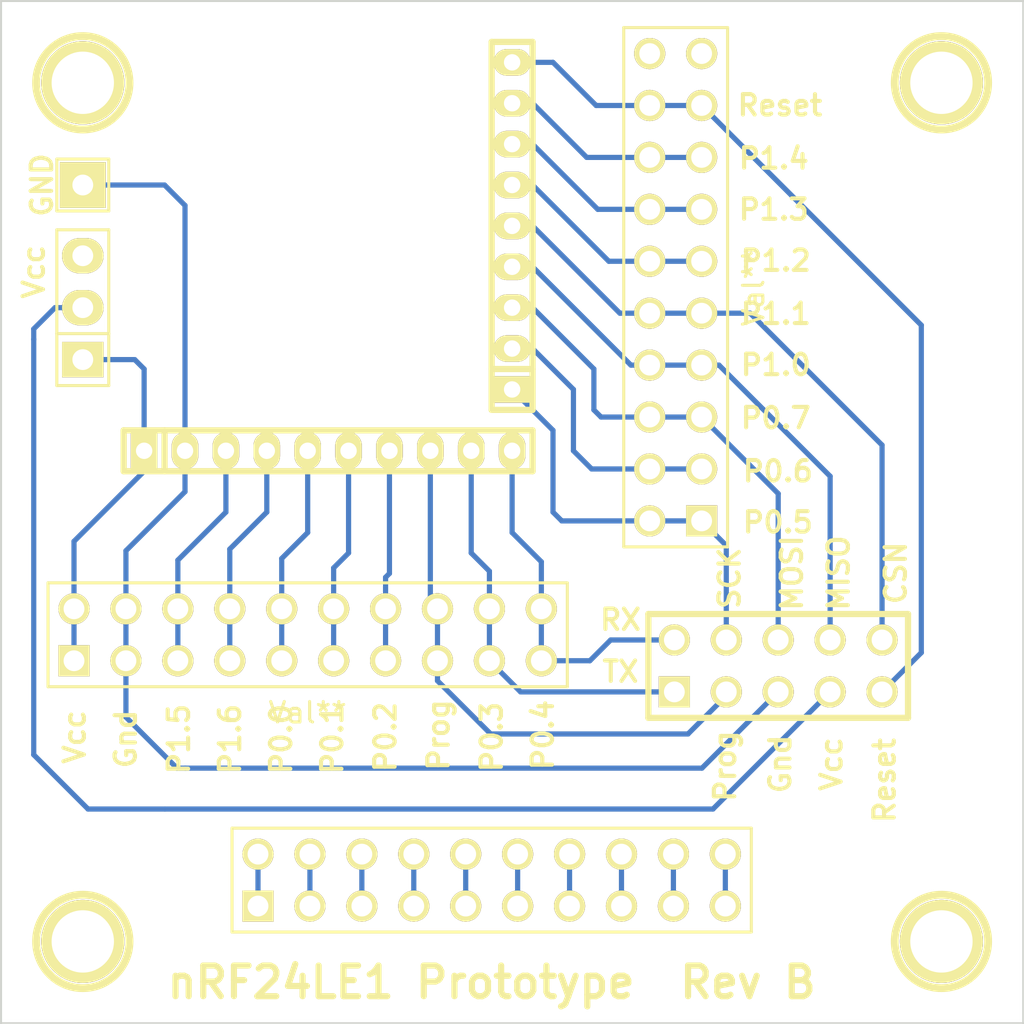
<source format=kicad_pcb>
(kicad_pcb (version 4) (host pcbnew "(2015-04-05 BZR 5577)-product")

  (general
    (links 0)
    (no_connects 0)
    (area 99.949999 49.6058 150.050001 100.050001)
    (thickness 1.6)
    (drawings 36)
    (tracks 135)
    (zones 0)
    (modules 12)
    (nets 1)
  )

  (page A3)
  (layers
    (0 F.Cu signal)
    (31 B.Cu signal)
    (32 B.Adhes user)
    (33 F.Adhes user)
    (34 B.Paste user)
    (35 F.Paste user)
    (36 B.SilkS user hide)
    (37 F.SilkS user)
    (38 B.Mask user)
    (39 F.Mask user)
    (40 Dwgs.User user)
    (41 Cmts.User user)
    (42 Eco1.User user)
    (43 Eco2.User user)
    (44 Edge.Cuts user)
  )

  (setup
    (last_trace_width 0.254)
    (trace_clearance 0.1)
    (zone_clearance 0.508)
    (zone_45_only no)
    (trace_min 0.254)
    (segment_width 0.2)
    (edge_width 0.1)
    (via_size 0.889)
    (via_drill 0.635)
    (via_min_size 0.889)
    (via_min_drill 0.508)
    (uvia_size 0.508)
    (uvia_drill 0.127)
    (uvias_allowed no)
    (uvia_min_size 0.508)
    (uvia_min_drill 0.127)
    (pcb_text_width 0.2)
    (pcb_text_size 1 1)
    (mod_edge_width 0.15)
    (mod_text_size 1 1)
    (mod_text_width 0.15)
    (pad_size 1.5 1.5)
    (pad_drill 0.6)
    (pad_to_mask_clearance 0)
    (aux_axis_origin 0 0)
    (visible_elements FFFFFBBF)
    (pcbplotparams
      (layerselection 0x00030_80000001)
      (usegerberextensions true)
      (excludeedgelayer false)
      (linewidth 0.150000)
      (plotframeref true)
      (viasonmask false)
      (mode 1)
      (useauxorigin false)
      (hpglpennumber 1)
      (hpglpenspeed 20)
      (hpglpendiameter 15)
      (hpglpenoverlay 2)
      (psnegative false)
      (psa4output false)
      (plotreference false)
      (plotvalue false)
      (plotinvisibletext false)
      (padsonsilk true)
      (subtractmaskfromsilk false)
      (outputformat 1)
      (mirror false)
      (drillshape 0)
      (scaleselection 1)
      (outputdirectory out/))
  )

  (net 0 "")

  (net_class Default "This is the default net class."
    (clearance 0.1)
    (trace_width 0.254)
    (via_dia 0.889)
    (via_drill 0.635)
    (uvia_dia 0.508)
    (uvia_drill 0.127)
  )

  (module pin_socket_2mm_10 (layer F.Cu) (tedit 54CD306B) (tstamp 54C2388D)
    (at 116 72)
    (descr "Pin socket 2mm 10pin")
    (tags "CONN DEV")
    (path pin_socket_1)
    (fp_text reference "" (at 0 -2.159) (layer F.SilkS) hide
      (effects (font (size 1.016 1.016) (thickness 0.2032)))
    )
    (fp_text value Val** (at 0.254 -3.556) (layer F.SilkS) hide
      (effects (font (size 1.016 0.889) (thickness 0.2032)))
    )
    (fp_line (start 10 -1) (end 10 1) (layer F.SilkS) (width 0.3048))
    (fp_line (start 10 1) (end -10 1) (layer F.SilkS) (width 0.3048))
    (fp_line (start -10 -1) (end 10 -1) (layer F.SilkS) (width 0.3048))
    (fp_line (start -10 1) (end -10 -1) (layer F.SilkS) (width 0.3048))
    (fp_line (start -8 -1) (end -8 1) (layer F.SilkS) (width 0.3048))
    (pad 1 thru_hole rect (at -9 0) (size 1.3 1.8) (drill 0.8) (layers *.Cu *.Mask F.SilkS))
    (pad 2 thru_hole oval (at -7 0) (size 1.3 1.8) (drill 0.8) (layers *.Cu *.Mask F.SilkS))
    (pad 3 thru_hole oval (at -5 0) (size 1.3 1.8) (drill 0.8) (layers *.Cu *.Mask F.SilkS))
    (pad 4 thru_hole oval (at -3 0) (size 1.3 1.8) (drill 0.8) (layers *.Cu *.Mask F.SilkS))
    (pad 5 thru_hole oval (at -1 0) (size 1.3 1.8) (drill 0.8) (layers *.Cu *.Mask F.SilkS))
    (pad 6 thru_hole oval (at 1 0) (size 1.3 1.8) (drill 0.8) (layers *.Cu *.Mask F.SilkS))
    (pad 7 thru_hole oval (at 3 0) (size 1.3 1.8) (drill 0.8) (layers *.Cu *.Mask F.SilkS))
    (pad 8 thru_hole oval (at 5 0) (size 1.3 1.8) (drill 0.8) (layers *.Cu *.Mask F.SilkS))
    (pad 9 thru_hole oval (at 7 0) (size 1.3 1.8) (drill 0.8) (layers *.Cu *.Mask F.SilkS))
    (pad 10 thru_hole oval (at 9 0) (size 1.3 1.8) (drill 0.8) (layers *.Cu *.Mask F.SilkS))
    (model walter/pin_strip/pin_socket_2mm_10.wrl
      (at (xyz 0 0 0))
      (scale (xyz 1 1 1))
      (rotate (xyz 0 0 0))
    )
  )

  (module pin_socket_2mm_9 (layer F.Cu) (tedit 54CD3094) (tstamp 54C26CBF)
    (at 125 61 90)
    (descr "Pin socket 2mm 9pin")
    (tags "CONN DEV")
    (path pin_socket_1)
    (fp_text reference PIN_SOCKET_2MM_9 (at 0 -2.159 90) (layer F.SilkS) hide
      (effects (font (size 1.016 1.016) (thickness 0.2032)))
    )
    (fp_text value Val** (at 0.254 -3.556 90) (layer F.SilkS) hide
      (effects (font (size 1.016 0.889) (thickness 0.2032)))
    )
    (fp_line (start 9 -1) (end 9 1) (layer F.SilkS) (width 0.3048))
    (fp_line (start 9 1) (end -9 1) (layer F.SilkS) (width 0.3048))
    (fp_line (start -9 -1) (end 9 -1) (layer F.SilkS) (width 0.3048))
    (fp_line (start -9 1) (end -9 -1) (layer F.SilkS) (width 0.3048))
    (fp_line (start -7 -1) (end -7 1) (layer F.SilkS) (width 0.3048))
    (pad 1 thru_hole rect (at -8 0 90) (size 1.3 1.8) (drill 0.8) (layers *.Cu *.Mask F.SilkS))
    (pad 2 thru_hole oval (at -6 0 90) (size 1.3 1.8) (drill 0.8) (layers *.Cu *.Mask F.SilkS))
    (pad 3 thru_hole oval (at -4 0 90) (size 1.3 1.8) (drill 0.8) (layers *.Cu *.Mask F.SilkS))
    (pad 4 thru_hole oval (at -2 0 90) (size 1.3 1.8) (drill 0.8) (layers *.Cu *.Mask F.SilkS))
    (pad 5 thru_hole oval (at 0 0 90) (size 1.3 1.8) (drill 0.8) (layers *.Cu *.Mask F.SilkS))
    (pad 6 thru_hole oval (at 2 0 90) (size 1.3 1.8) (drill 0.8) (layers *.Cu *.Mask F.SilkS))
    (pad 7 thru_hole oval (at 4 0 90) (size 1.3 1.8) (drill 0.8) (layers *.Cu *.Mask F.SilkS))
    (pad 8 thru_hole oval (at 6 0 90) (size 1.3 1.8) (drill 0.8) (layers *.Cu *.Mask F.SilkS))
    (pad 9 thru_hole oval (at 8 0 90) (size 1.3 1.8) (drill 0.8) (layers *.Cu *.Mask F.SilkS))
    (model walter/pin_strip/pin_socket_2mm_9.wrl
      (at (xyz 0 0 0))
      (scale (xyz 1 1 1))
      (rotate (xyz 0 0 0))
    )
  )

  (module 1pin (layer F.Cu) (tedit 54CD308D) (tstamp 54C2BC85)
    (at 104 54)
    (descr "module 1 pin (ou trou mecanique de percage)")
    (tags DEV)
    (path 1pin)
    (fp_text reference 1PIN (at 0 -3.048) (layer F.SilkS) hide
      (effects (font (size 1.016 1.016) (thickness 0.254)))
    )
    (fp_text value P*** (at 0 2.794) (layer F.SilkS) hide
      (effects (font (size 1.016 1.016) (thickness 0.254)))
    )
    (fp_circle (center 0 0) (end 0 -2.286) (layer F.SilkS) (width 0.381))
    (pad 1 thru_hole circle (at 0 0) (size 4.064 4.064) (drill 3.048) (layers *.Cu *.Mask F.SilkS))
  )

  (module 1pin (layer F.Cu) (tedit 54CD3088) (tstamp 54C2BC90)
    (at 146 54)
    (descr "module 1 pin (ou trou mecanique de percage)")
    (tags DEV)
    (path 1pin)
    (fp_text reference 1PIN (at 0 -3.048) (layer F.SilkS) hide
      (effects (font (size 1.016 1.016) (thickness 0.254)))
    )
    (fp_text value P*** (at 0 2.794) (layer F.SilkS) hide
      (effects (font (size 1.016 1.016) (thickness 0.254)))
    )
    (fp_circle (center 0 0) (end 0 -2.286) (layer F.SilkS) (width 0.381))
    (pad 1 thru_hole circle (at 0 0) (size 4.064 4.064) (drill 3.048) (layers *.Cu *.Mask F.SilkS))
  )

  (module 1pin (layer F.Cu) (tedit 54CD3082) (tstamp 54C2BC9B)
    (at 146 96)
    (descr "module 1 pin (ou trou mecanique de percage)")
    (tags DEV)
    (path 1pin)
    (fp_text reference 1PIN (at 0 -3.048) (layer F.SilkS) hide
      (effects (font (size 1.016 1.016) (thickness 0.254)))
    )
    (fp_text value P*** (at 0 2.794) (layer F.SilkS) hide
      (effects (font (size 1.016 1.016) (thickness 0.254)))
    )
    (fp_circle (center 0 0) (end 0 -2.286) (layer F.SilkS) (width 0.381))
    (pad 1 thru_hole circle (at 0 0) (size 4.064 4.064) (drill 3.048) (layers *.Cu *.Mask F.SilkS))
  )

  (module 1pin (layer F.Cu) (tedit 54CD307C) (tstamp 54C2BCA6)
    (at 104 96)
    (descr "module 1 pin (ou trou mecanique de percage)")
    (tags DEV)
    (path 1pin)
    (fp_text reference 1PIN (at 0 -3.048) (layer F.SilkS) hide
      (effects (font (size 1.016 1.016) (thickness 0.254)))
    )
    (fp_text value P*** (at 0 2.794) (layer F.SilkS) hide
      (effects (font (size 1.016 1.016) (thickness 0.254)))
    )
    (fp_circle (center 0 0) (end 0 -2.286) (layer F.SilkS) (width 0.381))
    (pad 1 thru_hole circle (at 0 0) (size 4.064 4.064) (drill 3.048) (layers *.Cu *.Mask F.SilkS))
  )

  (module pin_array_10x2 (layer F.Cu) (tedit 54CD3071) (tstamp 54C2CE8D)
    (at 115 81)
    (descr "Double rangee de contacts 2 x 12 pins")
    (tags CONN)
    (fp_text reference PIN_ARRAY_10X2 (at 0 -3.683) (layer F.SilkS) hide
      (effects (font (size 1 1) (thickness 0.15)))
    )
    (fp_text value Val** (at 0 3.81) (layer F.SilkS)
      (effects (font (size 1 1) (thickness 0.15)))
    )
    (fp_line (start -12.7 -2.54) (end -12.7 2.54) (layer F.SilkS) (width 0.15))
    (fp_line (start -12.7 2.54) (end 12.7 2.54) (layer F.SilkS) (width 0.15))
    (fp_line (start 12.7 2.54) (end 12.7 -2.54) (layer F.SilkS) (width 0.15))
    (fp_line (start 12.7 -2.54) (end -12.7 -2.54) (layer F.SilkS) (width 0.15))
    (pad 1 thru_hole rect (at -11.43 1.27) (size 1.524 1.524) (drill 1.016) (layers *.Cu *.Mask F.SilkS))
    (pad 2 thru_hole circle (at -11.43 -1.27) (size 1.524 1.524) (drill 1.016) (layers *.Cu *.Mask F.SilkS))
    (pad 3 thru_hole circle (at -8.89 1.27) (size 1.524 1.524) (drill 1.016) (layers *.Cu *.Mask F.SilkS))
    (pad 4 thru_hole circle (at -8.89 -1.27) (size 1.524 1.524) (drill 1.016) (layers *.Cu *.Mask F.SilkS))
    (pad 5 thru_hole circle (at -6.35 1.27) (size 1.524 1.524) (drill 1.016) (layers *.Cu *.Mask F.SilkS))
    (pad 6 thru_hole circle (at -6.35 -1.27) (size 1.524 1.524) (drill 1.016) (layers *.Cu *.Mask F.SilkS))
    (pad 7 thru_hole circle (at -3.81 1.27) (size 1.524 1.524) (drill 1.016) (layers *.Cu *.Mask F.SilkS))
    (pad 8 thru_hole circle (at -3.81 -1.27) (size 1.524 1.524) (drill 1.016) (layers *.Cu *.Mask F.SilkS))
    (pad 9 thru_hole circle (at -1.27 1.27) (size 1.524 1.524) (drill 1.016) (layers *.Cu *.Mask F.SilkS))
    (pad 10 thru_hole circle (at -1.27 -1.27) (size 1.524 1.524) (drill 1.016) (layers *.Cu *.Mask F.SilkS))
    (pad 11 thru_hole circle (at 1.27 1.27) (size 1.524 1.524) (drill 1.016) (layers *.Cu *.Mask F.SilkS))
    (pad 12 thru_hole circle (at 1.27 -1.27) (size 1.524 1.524) (drill 1.016) (layers *.Cu *.Mask F.SilkS))
    (pad 13 thru_hole circle (at 3.81 1.27) (size 1.524 1.524) (drill 1.016) (layers *.Cu *.Mask F.SilkS))
    (pad 14 thru_hole circle (at 3.81 -1.27) (size 1.524 1.524) (drill 1.016) (layers *.Cu *.Mask F.SilkS))
    (pad 15 thru_hole circle (at 6.35 1.27) (size 1.524 1.524) (drill 1.016) (layers *.Cu *.Mask F.SilkS))
    (pad 16 thru_hole circle (at 6.35 -1.27) (size 1.524 1.524) (drill 1.016) (layers *.Cu *.Mask F.SilkS))
    (pad 17 thru_hole circle (at 8.89 1.27) (size 1.524 1.524) (drill 1.016) (layers *.Cu *.Mask F.SilkS))
    (pad 18 thru_hole circle (at 8.89 -1.27) (size 1.524 1.524) (drill 1.016) (layers *.Cu *.Mask F.SilkS))
    (pad 19 thru_hole circle (at 11.43 1.27) (size 1.524 1.524) (drill 1.016) (layers *.Cu *.Mask F.SilkS))
    (pad 20 thru_hole circle (at 11.43 -1.27) (size 1.524 1.524) (drill 1.016) (layers *.Cu *.Mask F.SilkS))
    (model pin_array/pins_array_10x2.wrl
      (at (xyz 0 0 0))
      (scale (xyz 1 1 1))
      (rotate (xyz 0 0 0))
    )
  )

  (module pin_array_10x2 (layer F.Cu) (tedit 54CD3099) (tstamp 54C2CEC4)
    (at 133 64 90)
    (descr "Double rangee de contacts 2 x 12 pins")
    (tags CONN)
    (fp_text reference PIN_ARRAY_10X2 (at 0 -3.683 90) (layer F.SilkS) hide
      (effects (font (size 1 1) (thickness 0.15)))
    )
    (fp_text value Val** (at 0 3.81 90) (layer F.SilkS)
      (effects (font (size 1 1) (thickness 0.15)))
    )
    (fp_line (start -12.7 -2.54) (end -12.7 2.54) (layer F.SilkS) (width 0.15))
    (fp_line (start -12.7 2.54) (end 12.7 2.54) (layer F.SilkS) (width 0.15))
    (fp_line (start 12.7 2.54) (end 12.7 -2.54) (layer F.SilkS) (width 0.15))
    (fp_line (start 12.7 -2.54) (end -12.7 -2.54) (layer F.SilkS) (width 0.15))
    (pad 1 thru_hole rect (at -11.43 1.27 90) (size 1.524 1.524) (drill 1.016) (layers *.Cu *.Mask F.SilkS))
    (pad 2 thru_hole circle (at -11.43 -1.27 90) (size 1.524 1.524) (drill 1.016) (layers *.Cu *.Mask F.SilkS))
    (pad 3 thru_hole circle (at -8.89 1.27 90) (size 1.524 1.524) (drill 1.016) (layers *.Cu *.Mask F.SilkS))
    (pad 4 thru_hole circle (at -8.89 -1.27 90) (size 1.524 1.524) (drill 1.016) (layers *.Cu *.Mask F.SilkS))
    (pad 5 thru_hole circle (at -6.35 1.27 90) (size 1.524 1.524) (drill 1.016) (layers *.Cu *.Mask F.SilkS))
    (pad 6 thru_hole circle (at -6.35 -1.27 90) (size 1.524 1.524) (drill 1.016) (layers *.Cu *.Mask F.SilkS))
    (pad 7 thru_hole circle (at -3.81 1.27 90) (size 1.524 1.524) (drill 1.016) (layers *.Cu *.Mask F.SilkS))
    (pad 8 thru_hole circle (at -3.81 -1.27 90) (size 1.524 1.524) (drill 1.016) (layers *.Cu *.Mask F.SilkS))
    (pad 9 thru_hole circle (at -1.27 1.27 90) (size 1.524 1.524) (drill 1.016) (layers *.Cu *.Mask F.SilkS))
    (pad 10 thru_hole circle (at -1.27 -1.27 90) (size 1.524 1.524) (drill 1.016) (layers *.Cu *.Mask F.SilkS))
    (pad 11 thru_hole circle (at 1.27 1.27 90) (size 1.524 1.524) (drill 1.016) (layers *.Cu *.Mask F.SilkS))
    (pad 12 thru_hole circle (at 1.27 -1.27 90) (size 1.524 1.524) (drill 1.016) (layers *.Cu *.Mask F.SilkS))
    (pad 13 thru_hole circle (at 3.81 1.27 90) (size 1.524 1.524) (drill 1.016) (layers *.Cu *.Mask F.SilkS))
    (pad 14 thru_hole circle (at 3.81 -1.27 90) (size 1.524 1.524) (drill 1.016) (layers *.Cu *.Mask F.SilkS))
    (pad 15 thru_hole circle (at 6.35 1.27 90) (size 1.524 1.524) (drill 1.016) (layers *.Cu *.Mask F.SilkS))
    (pad 16 thru_hole circle (at 6.35 -1.27 90) (size 1.524 1.524) (drill 1.016) (layers *.Cu *.Mask F.SilkS))
    (pad 17 thru_hole circle (at 8.89 1.27 90) (size 1.524 1.524) (drill 1.016) (layers *.Cu *.Mask F.SilkS))
    (pad 18 thru_hole circle (at 8.89 -1.27 90) (size 1.524 1.524) (drill 1.016) (layers *.Cu *.Mask F.SilkS))
    (pad 19 thru_hole circle (at 11.43 1.27 90) (size 1.524 1.524) (drill 1.016) (layers *.Cu *.Mask F.SilkS))
    (pad 20 thru_hole circle (at 11.43 -1.27 90) (size 1.524 1.524) (drill 1.016) (layers *.Cu *.Mask F.SilkS))
    (model pin_array/pins_array_10x2.wrl
      (at (xyz 0 0 0))
      (scale (xyz 1 1 1))
      (rotate (xyz 0 0 0))
    )
  )

  (module PIN_ARRAY_5x2 (layer F.Cu) (tedit 54CD30A5) (tstamp 54C2D0F0)
    (at 138.016 82.524)
    (descr "Double rangee de contacts 2 x 5 pins")
    (tags CONN)
    (fp_text reference PIN_ARRAY_5X2 (at 0.635 -3.81) (layer F.SilkS) hide
      (effects (font (size 1.016 1.016) (thickness 0.2032)))
    )
    (fp_text value Val** (at 0 -3.81) (layer F.SilkS) hide
      (effects (font (size 1.016 1.016) (thickness 0.2032)))
    )
    (fp_line (start -6.35 -2.54) (end 6.35 -2.54) (layer F.SilkS) (width 0.3048))
    (fp_line (start 6.35 -2.54) (end 6.35 2.54) (layer F.SilkS) (width 0.3048))
    (fp_line (start 6.35 2.54) (end -6.35 2.54) (layer F.SilkS) (width 0.3048))
    (fp_line (start -6.35 2.54) (end -6.35 -2.54) (layer F.SilkS) (width 0.3048))
    (pad 1 thru_hole rect (at -5.08 1.27) (size 1.524 1.524) (drill 1.016) (layers *.Cu *.Mask F.SilkS))
    (pad 2 thru_hole circle (at -5.08 -1.27) (size 1.524 1.524) (drill 1.016) (layers *.Cu *.Mask F.SilkS))
    (pad 3 thru_hole circle (at -2.54 1.27) (size 1.524 1.524) (drill 1.016) (layers *.Cu *.Mask F.SilkS))
    (pad 4 thru_hole circle (at -2.54 -1.27) (size 1.524 1.524) (drill 1.016) (layers *.Cu *.Mask F.SilkS))
    (pad 5 thru_hole circle (at 0 1.27) (size 1.524 1.524) (drill 1.016) (layers *.Cu *.Mask F.SilkS))
    (pad 6 thru_hole circle (at 0 -1.27) (size 1.524 1.524) (drill 1.016) (layers *.Cu *.Mask F.SilkS))
    (pad 7 thru_hole circle (at 2.54 1.27) (size 1.524 1.524) (drill 1.016) (layers *.Cu *.Mask F.SilkS))
    (pad 8 thru_hole circle (at 2.54 -1.27) (size 1.524 1.524) (drill 1.016) (layers *.Cu *.Mask F.SilkS))
    (pad 9 thru_hole circle (at 5.08 1.27) (size 1.524 1.524) (drill 1.016) (layers *.Cu *.Mask F.SilkS))
    (pad 10 thru_hole circle (at 5.08 -1.27) (size 1.524 1.524) (drill 1.016) (layers *.Cu *.Mask F.SilkS))
    (model pin_array/pins_array_5x2.wrl
      (at (xyz 0 0 0))
      (scale (xyz 1 1 1))
      (rotate (xyz 0 0 0))
    )
  )

  (module pin_array_10x2 (layer F.Cu) (tedit 54CD30B6) (tstamp 54C2D18C)
    (at 124 93)
    (descr "Double rangee de contacts 2 x 12 pins")
    (tags CONN)
    (fp_text reference PIN_ARRAY_10X2 (at 0 -3.683) (layer F.SilkS) hide
      (effects (font (size 1 1) (thickness 0.15)))
    )
    (fp_text value Val** (at 0 3.81) (layer F.SilkS) hide
      (effects (font (size 1 1) (thickness 0.15)))
    )
    (fp_line (start -12.7 -2.54) (end -12.7 2.54) (layer F.SilkS) (width 0.15))
    (fp_line (start -12.7 2.54) (end 12.7 2.54) (layer F.SilkS) (width 0.15))
    (fp_line (start 12.7 2.54) (end 12.7 -2.54) (layer F.SilkS) (width 0.15))
    (fp_line (start 12.7 -2.54) (end -12.7 -2.54) (layer F.SilkS) (width 0.15))
    (pad 1 thru_hole rect (at -11.43 1.27) (size 1.524 1.524) (drill 1.016) (layers *.Cu *.Mask F.SilkS))
    (pad 2 thru_hole circle (at -11.43 -1.27) (size 1.524 1.524) (drill 1.016) (layers *.Cu *.Mask F.SilkS))
    (pad 3 thru_hole circle (at -8.89 1.27) (size 1.524 1.524) (drill 1.016) (layers *.Cu *.Mask F.SilkS))
    (pad 4 thru_hole circle (at -8.89 -1.27) (size 1.524 1.524) (drill 1.016) (layers *.Cu *.Mask F.SilkS))
    (pad 5 thru_hole circle (at -6.35 1.27) (size 1.524 1.524) (drill 1.016) (layers *.Cu *.Mask F.SilkS))
    (pad 6 thru_hole circle (at -6.35 -1.27) (size 1.524 1.524) (drill 1.016) (layers *.Cu *.Mask F.SilkS))
    (pad 7 thru_hole circle (at -3.81 1.27) (size 1.524 1.524) (drill 1.016) (layers *.Cu *.Mask F.SilkS))
    (pad 8 thru_hole circle (at -3.81 -1.27) (size 1.524 1.524) (drill 1.016) (layers *.Cu *.Mask F.SilkS))
    (pad 9 thru_hole circle (at -1.27 1.27) (size 1.524 1.524) (drill 1.016) (layers *.Cu *.Mask F.SilkS))
    (pad 10 thru_hole circle (at -1.27 -1.27) (size 1.524 1.524) (drill 1.016) (layers *.Cu *.Mask F.SilkS))
    (pad 11 thru_hole circle (at 1.27 1.27) (size 1.524 1.524) (drill 1.016) (layers *.Cu *.Mask F.SilkS))
    (pad 12 thru_hole circle (at 1.27 -1.27) (size 1.524 1.524) (drill 1.016) (layers *.Cu *.Mask F.SilkS))
    (pad 13 thru_hole circle (at 3.81 1.27) (size 1.524 1.524) (drill 1.016) (layers *.Cu *.Mask F.SilkS))
    (pad 14 thru_hole circle (at 3.81 -1.27) (size 1.524 1.524) (drill 1.016) (layers *.Cu *.Mask F.SilkS))
    (pad 15 thru_hole circle (at 6.35 1.27) (size 1.524 1.524) (drill 1.016) (layers *.Cu *.Mask F.SilkS))
    (pad 16 thru_hole circle (at 6.35 -1.27) (size 1.524 1.524) (drill 1.016) (layers *.Cu *.Mask F.SilkS))
    (pad 17 thru_hole circle (at 8.89 1.27) (size 1.524 1.524) (drill 1.016) (layers *.Cu *.Mask F.SilkS))
    (pad 18 thru_hole circle (at 8.89 -1.27) (size 1.524 1.524) (drill 1.016) (layers *.Cu *.Mask F.SilkS))
    (pad 19 thru_hole circle (at 11.43 1.27) (size 1.524 1.524) (drill 1.016) (layers *.Cu *.Mask F.SilkS))
    (pad 20 thru_hole circle (at 11.43 -1.27) (size 1.524 1.524) (drill 1.016) (layers *.Cu *.Mask F.SilkS))
    (model pin_array/pins_array_10x2.wrl
      (at (xyz 0 0 0))
      (scale (xyz 1 1 1))
      (rotate (xyz 0 0 0))
    )
  )

  (module Pin_Headers:Pin_Header_Straight_1x03 (layer F.Cu) (tedit 54CD3051) (tstamp 54CD1E2B)
    (at 104 65 90)
    (descr "Through hole pin header")
    (tags "pin header")
    (fp_text reference "" (at 0 -2.286 90) (layer F.SilkS)
      (effects (font (size 1 1) (thickness 0.15)))
    )
    (fp_text value VAL** (at 0 0 90) (layer F.SilkS) hide
      (effects (font (size 1 1) (thickness 0.15)))
    )
    (fp_line (start -1.27 1.27) (end 3.81 1.27) (layer F.SilkS) (width 0.15))
    (fp_line (start 3.81 1.27) (end 3.81 -1.27) (layer F.SilkS) (width 0.15))
    (fp_line (start 3.81 -1.27) (end -1.27 -1.27) (layer F.SilkS) (width 0.15))
    (fp_line (start -3.81 -1.27) (end -1.27 -1.27) (layer F.SilkS) (width 0.15))
    (fp_line (start -1.27 -1.27) (end -1.27 1.27) (layer F.SilkS) (width 0.15))
    (fp_line (start -3.81 -1.27) (end -3.81 1.27) (layer F.SilkS) (width 0.15))
    (fp_line (start -3.81 1.27) (end -1.27 1.27) (layer F.SilkS) (width 0.15))
    (pad 1 thru_hole rect (at -2.54 0 90) (size 1.7272 2.032) (drill 1.016) (layers *.Cu *.Mask F.SilkS))
    (pad 2 thru_hole oval (at 0 0 90) (size 1.7272 2.032) (drill 1.016) (layers *.Cu *.Mask F.SilkS))
    (pad 3 thru_hole oval (at 2.54 0 90) (size 1.7272 2.032) (drill 1.016) (layers *.Cu *.Mask F.SilkS))
    (model Pin_Headers/Pin_Header_Straight_1x03.wrl
      (at (xyz 0 0 0))
      (scale (xyz 1 1 1))
      (rotate (xyz 0 0 0))
    )
  )

  (module Pin_Headers:Pin_Header_Straight_1x01 (layer F.Cu) (tedit 54CD3044) (tstamp 54CD2FB0)
    (at 104 59)
    (descr "Through hole pin header")
    (tags "pin header")
    (fp_text reference "" (at 0 -2.286) (layer F.SilkS)
      (effects (font (size 1 1) (thickness 0.15)))
    )
    (fp_text value VAL** (at 0 0) (layer F.SilkS) hide
      (effects (font (size 1 1) (thickness 0.15)))
    )
    (fp_line (start -1.27 -1.27) (end -1.27 1.27) (layer F.SilkS) (width 0.15))
    (fp_line (start -1.27 1.27) (end 1.27 1.27) (layer F.SilkS) (width 0.15))
    (fp_line (start 1.27 1.27) (end 1.27 -1.27) (layer F.SilkS) (width 0.15))
    (fp_line (start 1.27 -1.27) (end -1.27 -1.27) (layer F.SilkS) (width 0.15))
    (pad 1 thru_hole rect (at 0 0) (size 2.2352 2.2352) (drill 1.016) (layers *.Cu *.Mask F.SilkS))
    (model Pin_Headers/Pin_Header_Straight_1x01.wrl
      (at (xyz 0 0 0))
      (scale (xyz 1 1 1))
      (rotate (xyz 0 0 0))
    )
  )

  (gr_text CSN (at 143.764 77.978 90) (layer F.SilkS)
    (effects (font (size 1 1) (thickness 0.2)))
  )
  (gr_text "MISO\n" (at 140.97 77.978 90) (layer F.SilkS)
    (effects (font (size 1 1) (thickness 0.2)))
  )
  (gr_text MOSI (at 138.684 77.978 90) (layer F.SilkS)
    (effects (font (size 1 1) (thickness 0.2)))
  )
  (gr_text SCK (at 135.636 78.232 90) (layer F.SilkS)
    (effects (font (size 1 1) (thickness 0.2)))
  )
  (gr_text Reset (at 143.216 88.124 90) (layer F.SilkS)
    (effects (font (size 1 1) (thickness 0.2)))
  )
  (gr_text Vcc (at 140.616 87.324 90) (layer F.SilkS)
    (effects (font (size 1 1) (thickness 0.2)))
  )
  (gr_text Gnd (at 138.116 87.324 90) (layer F.SilkS)
    (effects (font (size 1 1) (thickness 0.2)))
  )
  (gr_text Prog (at 135.416 87.424 90) (layer F.SilkS)
    (effects (font (size 1 1) (thickness 0.2)))
  )
  (gr_text RX (at 130.302 80.264) (layer F.SilkS)
    (effects (font (size 1 1) (thickness 0.2)))
  )
  (gr_text TX (at 130.302 82.804) (layer F.SilkS)
    (effects (font (size 1 1) (thickness 0.2)))
  )
  (gr_text Reset (at 138.1 55.1) (layer F.SilkS)
    (effects (font (size 1 1) (thickness 0.2)))
  )
  (gr_text P1.4 (at 137.8 57.7) (layer F.SilkS)
    (effects (font (size 1 1) (thickness 0.2)))
  )
  (gr_text P1.3 (at 137.8 60.2) (layer F.SilkS)
    (effects (font (size 1 1) (thickness 0.2)))
  )
  (gr_text P1.2 (at 137.9 62.7) (layer F.SilkS)
    (effects (font (size 1 1) (thickness 0.2)))
  )
  (gr_text P1.1 (at 137.9 65.3) (layer F.SilkS)
    (effects (font (size 1 1) (thickness 0.2)))
  )
  (gr_text P1.0 (at 137.9 67.8) (layer F.SilkS)
    (effects (font (size 1 1) (thickness 0.2)))
  )
  (gr_text P0.7 (at 137.9 70.4) (layer F.SilkS)
    (effects (font (size 1 1) (thickness 0.2)))
  )
  (gr_text P0.6 (at 138 73) (layer F.SilkS)
    (effects (font (size 1 1) (thickness 0.2)))
  )
  (gr_text P0.5 (at 138 75.5) (layer F.SilkS)
    (effects (font (size 1 1) (thickness 0.2)))
  )
  (gr_text P0.4 (at 126.5 85.9 90) (layer F.SilkS)
    (effects (font (size 1 1) (thickness 0.2)))
  )
  (gr_text P0.3 (at 124 86 90) (layer F.SilkS)
    (effects (font (size 1 1) (thickness 0.2)))
  )
  (gr_text Prog (at 121.4 85.9 90) (layer F.SilkS)
    (effects (font (size 1 1) (thickness 0.2)))
  )
  (gr_text P1.6 (at 111.2 86.1 90) (layer F.SilkS)
    (effects (font (size 1 1) (thickness 0.2)))
  )
  (gr_text P1.5 (at 108.7 86.1 90) (layer F.SilkS)
    (effects (font (size 1 1) (thickness 0.2)))
  )
  (gr_text P0.2 (at 118.8 86 90) (layer F.SilkS)
    (effects (font (size 1 1) (thickness 0.2)))
  )
  (gr_text P0.1 (at 116.2 86.1 90) (layer F.SilkS)
    (effects (font (size 1 1) (thickness 0.2)))
  )
  (gr_text Gnd (at 106.1 86.1 90) (layer F.SilkS)
    (effects (font (size 1 1) (thickness 0.2)))
  )
  (gr_text Vcc (at 103.6 86 90) (layer F.SilkS)
    (effects (font (size 1 1) (thickness 0.2)))
  )
  (gr_text "P0.0\n" (at 113.7 86.1 90) (layer F.SilkS)
    (effects (font (size 1 1) (thickness 0.2)))
  )
  (gr_text GND (at 102 59 90) (layer F.SilkS)
    (effects (font (size 1 1) (thickness 0.2)))
  )
  (gr_text Vcc (at 101.6 63.246 90) (layer F.SilkS)
    (effects (font (size 1 1) (thickness 0.2)))
  )
  (gr_text "nRF24LE1 Prototype  Rev B" (at 124 98) (layer F.SilkS)
    (effects (font (size 1.5 1.5) (thickness 0.3)))
  )
  (gr_line (start 100 100) (end 100 50) (angle 90) (layer Edge.Cuts) (width 0.1))
  (gr_line (start 150 100) (end 100 100) (angle 90) (layer Edge.Cuts) (width 0.1))
  (gr_line (start 150 50) (end 150 100) (angle 90) (layer Edge.Cuts) (width 0.1))
  (gr_line (start 100 50) (end 150 50) (angle 90) (layer Edge.Cuts) (width 0.1))

  (segment (start 108.016 89.524) (end 104.256 89.524) (width 0.254) (layer B.Cu) (net 0))
  (segment (start 101.6 66.04) (end 102.64 65) (width 0.254) (layer B.Cu) (net 0) (tstamp 552C0D09))
  (segment (start 104 65) (end 102.64 65) (width 0.254) (layer B.Cu) (net 0) (tstamp 552C0D0E))
  (segment (start 134.826 89.524) (end 140.556 83.794) (width 0.254) (layer B.Cu) (net 0) (tstamp 54C2D1E4) (status 20))
  (segment (start 108.016 89.524) (end 134.826 89.524) (width 0.254) (layer B.Cu) (net 0) (tstamp 54C2D1E2))
  (segment (start 101.6 86.868) (end 101.6 66.548) (width 0.254) (layer B.Cu) (net 0) (tstamp 552C0B51))
  (segment (start 101.6 66.548) (end 101.6 66.04) (width 0.254) (layer B.Cu) (net 0))
  (segment (start 104.256 89.524) (end 101.6 86.868) (width 0.254) (layer B.Cu) (net 0) (tstamp 552C103B))
  (segment (start 109.016 87.524) (end 108.606 87.524) (width 0.254) (layer B.Cu) (net 0))
  (segment (start 138.016 83.794) (end 134.286 87.524) (width 0.254) (layer B.Cu) (net 0) (tstamp 54C2D1BF) (status 20))
  (segment (start 109.016 87.524) (end 134.286 87.524) (width 0.254) (layer B.Cu) (net 0) (tstamp 54C2D1BD))
  (segment (start 106.11 85.028) (end 106.11 82.27) (width 0.254) (layer B.Cu) (net 0) (tstamp 552C102C) (status 800000))
  (segment (start 108.606 87.524) (end 106.11 85.028) (width 0.254) (layer B.Cu) (net 0) (tstamp 552C1023))
  (segment (start 132.936 81.254) (end 129.82 81.254) (width 0.254) (layer B.Cu) (net 0) (status 400000))
  (segment (start 128.804 82.27) (end 126.43 82.27) (width 0.254) (layer B.Cu) (net 0) (tstamp 552C1003) (status 800000))
  (segment (start 129.82 81.254) (end 128.804 82.27) (width 0.254) (layer B.Cu) (net 0) (tstamp 552C0FFD))
  (segment (start 135.476 83.794) (end 135.476 83.98) (width 0.254) (layer B.Cu) (net 0))
  (segment (start 135.476 83.98) (end 133.604 85.852) (width 0.254) (layer B.Cu) (net 0) (tstamp 552C0FDE))
  (segment (start 133.604 85.852) (end 123.952 85.852) (width 0.254) (layer B.Cu) (net 0) (tstamp 552C0FE2))
  (segment (start 123.952 85.852) (end 121.35 83.25) (width 0.254) (layer B.Cu) (net 0) (tstamp 552C0FE8))
  (segment (start 121.35 83.25) (end 121.35 82.27) (width 0.254) (layer B.Cu) (net 0) (tstamp 552C0FED))
  (segment (start 132.936 83.794) (end 125.414 83.794) (width 0.254) (layer B.Cu) (net 0))
  (segment (start 125.414 83.794) (end 123.89 82.27) (width 0.254) (layer B.Cu) (net 0) (tstamp 552C0FCB))
  (segment (start 145.016 81.874) (end 145.016 65.856) (width 0.254) (layer B.Cu) (net 0))
  (segment (start 143.096 83.794) (end 145.016 81.874) (width 0.254) (layer B.Cu) (net 0) (tstamp 54C2D3CF) (status 20))
  (segment (start 145.016 65.856) (end 134.27 55.11) (width 0.254) (layer B.Cu) (net 0) (tstamp 552C0F9C))
  (segment (start 143.096 81.254) (end 143.096 71.722) (width 0.254) (layer B.Cu) (net 0))
  (segment (start 136.644 65.27) (end 134.27 65.27) (width 0.254) (layer B.Cu) (net 0) (tstamp 552C0F7D))
  (segment (start 143.096 71.722) (end 136.644 65.27) (width 0.254) (layer B.Cu) (net 0) (tstamp 552C0F75))
  (segment (start 140.556 81.254) (end 140.556 73.246) (width 0.254) (layer B.Cu) (net 0))
  (segment (start 135.12 67.81) (end 134.27 67.81) (width 0.254) (layer B.Cu) (net 0) (tstamp 552C0F66))
  (segment (start 140.556 73.246) (end 135.12 67.81) (width 0.254) (layer B.Cu) (net 0) (tstamp 552C0F5E))
  (segment (start 138.016 81.254) (end 138.016 74.096) (width 0.254) (layer B.Cu) (net 0))
  (segment (start 138.016 74.096) (end 134.27 70.35) (width 0.254) (layer B.Cu) (net 0) (tstamp 552C0F4C))
  (segment (start 135.476 81.254) (end 135.476 76.636) (width 0.254) (layer B.Cu) (net 0))
  (segment (start 135.476 76.636) (end 134.27 75.43) (width 0.254) (layer B.Cu) (net 0) (tstamp 552C0F29))
  (segment (start 125 53) (end 127 53) (width 0.254) (layer B.Cu) (net 0) (status 10))
  (segment (start 127 53) (end 129.11 55.11) (width 0.254) (layer B.Cu) (net 0) (tstamp 54C2D479))
  (segment (start 129.11 55.11) (end 131.73 55.11) (width 0.254) (layer B.Cu) (net 0) (tstamp 54C2D47B) (status 20))
  (segment (start 125 55) (end 126 55) (width 0.254) (layer B.Cu) (net 0) (status 10))
  (segment (start 126 55) (end 128.65 57.65) (width 0.254) (layer B.Cu) (net 0) (tstamp 54C2D474))
  (segment (start 128.65 57.65) (end 131.73 57.65) (width 0.254) (layer B.Cu) (net 0) (tstamp 54C2D475) (status 20))
  (segment (start 125 57) (end 126 57) (width 0.254) (layer B.Cu) (net 0) (status 10))
  (segment (start 126 57) (end 129.19 60.19) (width 0.254) (layer B.Cu) (net 0) (tstamp 54C2D46F))
  (segment (start 129.19 60.19) (end 131.73 60.19) (width 0.254) (layer B.Cu) (net 0) (tstamp 54C2D470) (status 20))
  (segment (start 125 59) (end 126 59) (width 0.254) (layer B.Cu) (net 0) (status 10))
  (segment (start 126 59) (end 129.73 62.73) (width 0.254) (layer B.Cu) (net 0) (tstamp 54C2D46A))
  (segment (start 129.73 62.73) (end 131.73 62.73) (width 0.254) (layer B.Cu) (net 0) (tstamp 54C2D46B) (status 20))
  (segment (start 125 61) (end 126 61) (width 0.254) (layer B.Cu) (net 0) (status 10))
  (segment (start 126 61) (end 130.27 65.27) (width 0.254) (layer B.Cu) (net 0) (tstamp 54C2D465))
  (segment (start 130.27 65.27) (end 131.73 65.27) (width 0.254) (layer B.Cu) (net 0) (tstamp 54C2D466) (status 20))
  (segment (start 125 63) (end 126 63) (width 0.254) (layer B.Cu) (net 0) (status 10))
  (segment (start 126 63) (end 130.81 67.81) (width 0.254) (layer B.Cu) (net 0) (tstamp 54C2D461))
  (segment (start 130.81 67.81) (end 131.73 67.81) (width 0.254) (layer B.Cu) (net 0) (tstamp 54C2D462) (status 20))
  (segment (start 125 65) (end 126 65) (width 0.254) (layer B.Cu) (net 0) (status 10))
  (segment (start 126 65) (end 129 68) (width 0.254) (layer B.Cu) (net 0) (tstamp 54C2D45B))
  (segment (start 129 68) (end 129 70) (width 0.254) (layer B.Cu) (net 0) (tstamp 54C2D45C))
  (segment (start 129 70) (end 129.35 70.35) (width 0.254) (layer B.Cu) (net 0) (tstamp 54C2D45D))
  (segment (start 129.35 70.35) (end 131.73 70.35) (width 0.254) (layer B.Cu) (net 0) (tstamp 54C2D45E) (status 20))
  (segment (start 125 67) (end 126 67) (width 0.254) (layer B.Cu) (net 0) (status 10))
  (segment (start 126 67) (end 128 69) (width 0.254) (layer B.Cu) (net 0) (tstamp 54C2D454))
  (segment (start 128 69) (end 128 72) (width 0.254) (layer B.Cu) (net 0) (tstamp 54C2D455))
  (segment (start 128 72) (end 128.89 72.89) (width 0.254) (layer B.Cu) (net 0) (tstamp 54C2D457))
  (segment (start 128.89 72.89) (end 131.73 72.89) (width 0.254) (layer B.Cu) (net 0) (tstamp 54C2D458) (status 20))
  (segment (start 125 69) (end 127 71) (width 0.254) (layer B.Cu) (net 0) (status 10))
  (segment (start 127 71) (end 127 75) (width 0.254) (layer B.Cu) (net 0) (tstamp 54C2D44F))
  (segment (start 127 75) (end 127.43 75.43) (width 0.254) (layer B.Cu) (net 0) (tstamp 54C2D450))
  (segment (start 127.43 75.43) (end 131.73 75.43) (width 0.254) (layer B.Cu) (net 0) (tstamp 54C2D451) (status 20))
  (segment (start 107 72) (end 107 73) (width 0.254) (layer B.Cu) (net 0) (status 10))
  (segment (start 107 73) (end 103.57 76.43) (width 0.254) (layer B.Cu) (net 0) (tstamp 54C2D440))
  (segment (start 103.57 76.43) (end 103.57 79.73) (width 0.254) (layer B.Cu) (net 0) (tstamp 54C2D441) (status 20))
  (segment (start 109 72) (end 109 74) (width 0.254) (layer B.Cu) (net 0) (status 10))
  (segment (start 109 74) (end 106.11 76.89) (width 0.254) (layer B.Cu) (net 0) (tstamp 54C2D43A))
  (segment (start 106.11 76.89) (end 106.11 79.73) (width 0.254) (layer B.Cu) (net 0) (tstamp 54C2D43C) (status 20))
  (segment (start 111 72) (end 111 75) (width 0.254) (layer B.Cu) (net 0) (status 10))
  (segment (start 111 75) (end 108.65 77.35) (width 0.254) (layer B.Cu) (net 0) (tstamp 54C2D434))
  (segment (start 108.65 77.35) (end 108.65 79.73) (width 0.254) (layer B.Cu) (net 0) (tstamp 54C2D436) (status 20))
  (segment (start 113 72) (end 113 75) (width 0.254) (layer B.Cu) (net 0) (status 10))
  (segment (start 113 75) (end 111.19 76.81) (width 0.254) (layer B.Cu) (net 0) (tstamp 54C2D42D))
  (segment (start 111.19 76.81) (end 111.19 79.73) (width 0.254) (layer B.Cu) (net 0) (tstamp 54C2D42F) (status 20))
  (segment (start 115 72) (end 115 76) (width 0.254) (layer B.Cu) (net 0) (status 10))
  (segment (start 115 76) (end 113.73 77.27) (width 0.254) (layer B.Cu) (net 0) (tstamp 54C2D428))
  (segment (start 113.73 77.27) (end 113.73 79.73) (width 0.254) (layer B.Cu) (net 0) (tstamp 54C2D429) (status 20))
  (segment (start 117 72) (end 117 77) (width 0.254) (layer B.Cu) (net 0) (status 10))
  (segment (start 117 77) (end 116.27 77.73) (width 0.254) (layer B.Cu) (net 0) (tstamp 54C2D424))
  (segment (start 116.27 77.73) (end 116.27 79.73) (width 0.254) (layer B.Cu) (net 0) (tstamp 54C2D425) (status 20))
  (segment (start 119 72) (end 119 78) (width 0.254) (layer B.Cu) (net 0) (status 10))
  (segment (start 119 78) (end 118.81 78.19) (width 0.254) (layer B.Cu) (net 0) (tstamp 54C2D420))
  (segment (start 118.81 78.19) (end 118.81 79.73) (width 0.254) (layer B.Cu) (net 0) (tstamp 54C2D421) (status 20))
  (segment (start 121 72) (end 121 79.38) (width 0.254) (layer B.Cu) (net 0) (status 30))
  (segment (start 121 79.38) (end 121.35 79.73) (width 0.254) (layer B.Cu) (net 0) (tstamp 54C2D41D) (status 30))
  (segment (start 123 72) (end 123 77) (width 0.254) (layer B.Cu) (net 0) (status 10))
  (segment (start 123 77) (end 123.89 77.89) (width 0.254) (layer B.Cu) (net 0) (tstamp 54C2D419))
  (segment (start 123.89 77.89) (end 123.89 79.73) (width 0.254) (layer B.Cu) (net 0) (tstamp 54C2D41A) (status 20))
  (segment (start 125 72) (end 125 76) (width 0.254) (layer B.Cu) (net 0) (status 10))
  (segment (start 125 76) (end 126.43 77.43) (width 0.254) (layer B.Cu) (net 0) (tstamp 54C2D414))
  (segment (start 126.43 77.43) (end 126.43 79.73) (width 0.254) (layer B.Cu) (net 0) (tstamp 54C2D415) (status 20))
  (segment (start 131.73 55.11) (end 134.27 55.11) (width 0.254) (layer B.Cu) (net 0) (status 30))
  (segment (start 131.73 57.65) (end 134.27 57.65) (width 0.254) (layer B.Cu) (net 0) (status 30))
  (segment (start 131.73 60.19) (end 134.27 60.19) (width 0.254) (layer B.Cu) (net 0) (status 30))
  (segment (start 131.73 62.73) (end 134.27 62.73) (width 0.254) (layer B.Cu) (net 0) (status 30))
  (segment (start 131.73 65.27) (end 134.27 65.27) (width 0.254) (layer B.Cu) (net 0) (status 30))
  (segment (start 131.73 67.81) (end 134.27 67.81) (width 0.254) (layer B.Cu) (net 0) (status 30))
  (segment (start 131.73 70.35) (end 134.27 70.35) (width 0.254) (layer B.Cu) (net 0) (status 30))
  (segment (start 131.73 72.89) (end 134.27 72.89) (width 0.254) (layer B.Cu) (net 0) (status 30))
  (segment (start 131.73 75.43) (end 134.27 75.43) (width 0.254) (layer B.Cu) (net 0) (status 30))
  (segment (start 103.57 79.73) (end 103.57 82.27) (width 0.254) (layer B.Cu) (net 0) (status 30))
  (segment (start 106.11 79.73) (end 106.11 82.27) (width 0.254) (layer B.Cu) (net 0) (status 30))
  (segment (start 108.65 79.73) (end 108.65 82.27) (width 0.254) (layer B.Cu) (net 0) (status 30))
  (segment (start 111.19 79.73) (end 111.19 82.27) (width 0.254) (layer B.Cu) (net 0) (status 30))
  (segment (start 113.73 79.73) (end 113.73 82.27) (width 0.254) (layer B.Cu) (net 0) (status 30))
  (segment (start 116.27 79.73) (end 116.27 82.27) (width 0.254) (layer B.Cu) (net 0) (status 30))
  (segment (start 118.81 79.73) (end 118.81 82.27) (width 0.254) (layer B.Cu) (net 0) (status 30))
  (segment (start 121.35 79.73) (end 121.35 82.27) (width 0.254) (layer B.Cu) (net 0) (status 30))
  (segment (start 123.89 79.73) (end 123.89 82.27) (width 0.254) (layer B.Cu) (net 0) (status 30))
  (segment (start 126.43 79.73) (end 126.43 82.27) (width 0.254) (layer B.Cu) (net 0) (status 30))
  (segment (start 135.43 91.73) (end 135.43 94.27) (width 0.254) (layer B.Cu) (net 0) (status 30))
  (segment (start 132.89 91.73) (end 132.89 94.27) (width 0.254) (layer B.Cu) (net 0) (status 30))
  (segment (start 130.35 91.73) (end 130.35 94.27) (width 0.254) (layer B.Cu) (net 0) (status 30))
  (segment (start 127.81 91.73) (end 127.81 94.27) (width 0.254) (layer B.Cu) (net 0) (status 30))
  (segment (start 125.27 91.73) (end 125.27 94.27) (width 0.254) (layer B.Cu) (net 0) (status 30))
  (segment (start 122.73 91.73) (end 122.73 94.27) (width 0.254) (layer B.Cu) (net 0) (status 30))
  (segment (start 120.19 91.73) (end 120.19 94.27) (width 0.254) (layer B.Cu) (net 0) (status 30))
  (segment (start 117.65 91.73) (end 117.65 94.27) (width 0.254) (layer B.Cu) (net 0) (status 30))
  (segment (start 115.11 91.73) (end 115.11 94.27) (width 0.254) (layer B.Cu) (net 0) (status 30))
  (segment (start 112.57 91.73) (end 112.57 94.27) (width 0.254) (layer B.Cu) (net 0) (status 30))
  (segment (start 135.286 81.064) (end 135.476 81.254) (width 0.254) (layer B.Cu) (net 0) (tstamp 54C2D3AB) (status 30))
  (segment (start 121.35 82.27) (end 121.35 82.35) (width 0.254) (layer B.Cu) (net 0) (status 30))
  (segment (start 123.89 82.27) (end 123.89 82.89) (width 0.254) (layer B.Cu) (net 0) (status 30))
  (segment (start 107 68) (end 106.54 67.54) (width 0.254) (layer B.Cu) (net 0) (tstamp 54CD3129))
  (segment (start 107 72) (end 107 68) (width 0.254) (layer B.Cu) (net 0))
  (segment (start 106.54 67.54) (end 104 67.54) (width 0.254) (layer B.Cu) (net 0) (tstamp 54CD312A))
  (segment (start 109 60) (end 108 59) (width 0.254) (layer B.Cu) (net 0) (tstamp 54CD312D))
  (segment (start 108 59) (end 104 59) (width 0.254) (layer B.Cu) (net 0) (tstamp 54CD312E))
  (segment (start 109 72) (end 109 60) (width 0.254) (layer B.Cu) (net 0))

)

</source>
